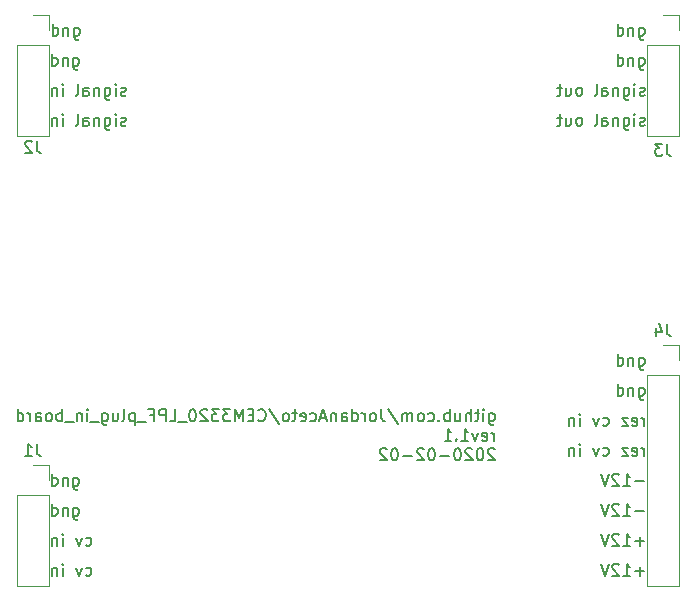
<source format=gbo>
G04 #@! TF.GenerationSoftware,KiCad,Pcbnew,5.1.6-c6e7f7d~87~ubuntu18.04.1*
G04 #@! TF.CreationDate,2020-07-17T09:21:27-04:00*
G04 #@! TF.ProjectId,CEM3320_LPF_plug_in_board,43454d33-3332-4305-9f4c-50465f706c75,1.1*
G04 #@! TF.SameCoordinates,Original*
G04 #@! TF.FileFunction,Legend,Bot*
G04 #@! TF.FilePolarity,Positive*
%FSLAX46Y46*%
G04 Gerber Fmt 4.6, Leading zero omitted, Abs format (unit mm)*
G04 Created by KiCad (PCBNEW 5.1.6-c6e7f7d~87~ubuntu18.04.1) date 2020-07-17 09:21:27*
%MOMM*%
%LPD*%
G01*
G04 APERTURE LIST*
%ADD10C,0.150000*%
%ADD11C,0.120000*%
G04 APERTURE END LIST*
D10*
X181274404Y-124531428D02*
X180512500Y-124531428D01*
X180893452Y-124912380D02*
X180893452Y-124150476D01*
X179512500Y-124912380D02*
X180083928Y-124912380D01*
X179798214Y-124912380D02*
X179798214Y-123912380D01*
X179893452Y-124055238D01*
X179988690Y-124150476D01*
X180083928Y-124198095D01*
X179131547Y-124007619D02*
X179083928Y-123960000D01*
X178988690Y-123912380D01*
X178750595Y-123912380D01*
X178655357Y-123960000D01*
X178607738Y-124007619D01*
X178560119Y-124102857D01*
X178560119Y-124198095D01*
X178607738Y-124340952D01*
X179179166Y-124912380D01*
X178560119Y-124912380D01*
X178274404Y-123912380D02*
X177941071Y-124912380D01*
X177607738Y-123912380D01*
X181274404Y-121991428D02*
X180512500Y-121991428D01*
X180893452Y-122372380D02*
X180893452Y-121610476D01*
X179512500Y-122372380D02*
X180083928Y-122372380D01*
X179798214Y-122372380D02*
X179798214Y-121372380D01*
X179893452Y-121515238D01*
X179988690Y-121610476D01*
X180083928Y-121658095D01*
X179131547Y-121467619D02*
X179083928Y-121420000D01*
X178988690Y-121372380D01*
X178750595Y-121372380D01*
X178655357Y-121420000D01*
X178607738Y-121467619D01*
X178560119Y-121562857D01*
X178560119Y-121658095D01*
X178607738Y-121800952D01*
X179179166Y-122372380D01*
X178560119Y-122372380D01*
X178274404Y-121372380D02*
X177941071Y-122372380D01*
X177607738Y-121372380D01*
X181274404Y-119451428D02*
X180512500Y-119451428D01*
X179512500Y-119832380D02*
X180083928Y-119832380D01*
X179798214Y-119832380D02*
X179798214Y-118832380D01*
X179893452Y-118975238D01*
X179988690Y-119070476D01*
X180083928Y-119118095D01*
X179131547Y-118927619D02*
X179083928Y-118880000D01*
X178988690Y-118832380D01*
X178750595Y-118832380D01*
X178655357Y-118880000D01*
X178607738Y-118927619D01*
X178560119Y-119022857D01*
X178560119Y-119118095D01*
X178607738Y-119260952D01*
X179179166Y-119832380D01*
X178560119Y-119832380D01*
X178274404Y-118832380D02*
X177941071Y-119832380D01*
X177607738Y-118832380D01*
X181274404Y-116911428D02*
X180512500Y-116911428D01*
X179512500Y-117292380D02*
X180083928Y-117292380D01*
X179798214Y-117292380D02*
X179798214Y-116292380D01*
X179893452Y-116435238D01*
X179988690Y-116530476D01*
X180083928Y-116578095D01*
X179131547Y-116387619D02*
X179083928Y-116340000D01*
X178988690Y-116292380D01*
X178750595Y-116292380D01*
X178655357Y-116340000D01*
X178607738Y-116387619D01*
X178560119Y-116482857D01*
X178560119Y-116578095D01*
X178607738Y-116720952D01*
X179179166Y-117292380D01*
X178560119Y-117292380D01*
X178274404Y-116292380D02*
X177941071Y-117292380D01*
X177607738Y-116292380D01*
X181274404Y-114752380D02*
X181274404Y-114085714D01*
X181274404Y-114276190D02*
X181226785Y-114180952D01*
X181179166Y-114133333D01*
X181083928Y-114085714D01*
X180988690Y-114085714D01*
X180274404Y-114704761D02*
X180369642Y-114752380D01*
X180560119Y-114752380D01*
X180655357Y-114704761D01*
X180702976Y-114609523D01*
X180702976Y-114228571D01*
X180655357Y-114133333D01*
X180560119Y-114085714D01*
X180369642Y-114085714D01*
X180274404Y-114133333D01*
X180226785Y-114228571D01*
X180226785Y-114323809D01*
X180702976Y-114419047D01*
X179893452Y-114085714D02*
X179369642Y-114085714D01*
X179893452Y-114752380D01*
X179369642Y-114752380D01*
X177798214Y-114704761D02*
X177893452Y-114752380D01*
X178083928Y-114752380D01*
X178179166Y-114704761D01*
X178226785Y-114657142D01*
X178274404Y-114561904D01*
X178274404Y-114276190D01*
X178226785Y-114180952D01*
X178179166Y-114133333D01*
X178083928Y-114085714D01*
X177893452Y-114085714D01*
X177798214Y-114133333D01*
X177464880Y-114085714D02*
X177226785Y-114752380D01*
X176988690Y-114085714D01*
X175845833Y-114752380D02*
X175845833Y-114085714D01*
X175845833Y-113752380D02*
X175893452Y-113800000D01*
X175845833Y-113847619D01*
X175798214Y-113800000D01*
X175845833Y-113752380D01*
X175845833Y-113847619D01*
X175369642Y-114085714D02*
X175369642Y-114752380D01*
X175369642Y-114180952D02*
X175322023Y-114133333D01*
X175226785Y-114085714D01*
X175083928Y-114085714D01*
X174988690Y-114133333D01*
X174941071Y-114228571D01*
X174941071Y-114752380D01*
X181274404Y-112212380D02*
X181274404Y-111545714D01*
X181274404Y-111736190D02*
X181226785Y-111640952D01*
X181179166Y-111593333D01*
X181083928Y-111545714D01*
X180988690Y-111545714D01*
X180274404Y-112164761D02*
X180369642Y-112212380D01*
X180560119Y-112212380D01*
X180655357Y-112164761D01*
X180702976Y-112069523D01*
X180702976Y-111688571D01*
X180655357Y-111593333D01*
X180560119Y-111545714D01*
X180369642Y-111545714D01*
X180274404Y-111593333D01*
X180226785Y-111688571D01*
X180226785Y-111783809D01*
X180702976Y-111879047D01*
X179893452Y-111545714D02*
X179369642Y-111545714D01*
X179893452Y-112212380D01*
X179369642Y-112212380D01*
X177798214Y-112164761D02*
X177893452Y-112212380D01*
X178083928Y-112212380D01*
X178179166Y-112164761D01*
X178226785Y-112117142D01*
X178274404Y-112021904D01*
X178274404Y-111736190D01*
X178226785Y-111640952D01*
X178179166Y-111593333D01*
X178083928Y-111545714D01*
X177893452Y-111545714D01*
X177798214Y-111593333D01*
X177464880Y-111545714D02*
X177226785Y-112212380D01*
X176988690Y-111545714D01*
X175845833Y-112212380D02*
X175845833Y-111545714D01*
X175845833Y-111212380D02*
X175893452Y-111260000D01*
X175845833Y-111307619D01*
X175798214Y-111260000D01*
X175845833Y-111212380D01*
X175845833Y-111307619D01*
X175369642Y-111545714D02*
X175369642Y-112212380D01*
X175369642Y-111640952D02*
X175322023Y-111593333D01*
X175226785Y-111545714D01*
X175083928Y-111545714D01*
X174988690Y-111593333D01*
X174941071Y-111688571D01*
X174941071Y-112212380D01*
X180845833Y-109005714D02*
X180845833Y-109815238D01*
X180893452Y-109910476D01*
X180941071Y-109958095D01*
X181036309Y-110005714D01*
X181179166Y-110005714D01*
X181274404Y-109958095D01*
X180845833Y-109624761D02*
X180941071Y-109672380D01*
X181131547Y-109672380D01*
X181226785Y-109624761D01*
X181274404Y-109577142D01*
X181322023Y-109481904D01*
X181322023Y-109196190D01*
X181274404Y-109100952D01*
X181226785Y-109053333D01*
X181131547Y-109005714D01*
X180941071Y-109005714D01*
X180845833Y-109053333D01*
X180369642Y-109005714D02*
X180369642Y-109672380D01*
X180369642Y-109100952D02*
X180322023Y-109053333D01*
X180226785Y-109005714D01*
X180083928Y-109005714D01*
X179988690Y-109053333D01*
X179941071Y-109148571D01*
X179941071Y-109672380D01*
X179036309Y-109672380D02*
X179036309Y-108672380D01*
X179036309Y-109624761D02*
X179131547Y-109672380D01*
X179322023Y-109672380D01*
X179417261Y-109624761D01*
X179464880Y-109577142D01*
X179512500Y-109481904D01*
X179512500Y-109196190D01*
X179464880Y-109100952D01*
X179417261Y-109053333D01*
X179322023Y-109005714D01*
X179131547Y-109005714D01*
X179036309Y-109053333D01*
X180845833Y-106465714D02*
X180845833Y-107275238D01*
X180893452Y-107370476D01*
X180941071Y-107418095D01*
X181036309Y-107465714D01*
X181179166Y-107465714D01*
X181274404Y-107418095D01*
X180845833Y-107084761D02*
X180941071Y-107132380D01*
X181131547Y-107132380D01*
X181226785Y-107084761D01*
X181274404Y-107037142D01*
X181322023Y-106941904D01*
X181322023Y-106656190D01*
X181274404Y-106560952D01*
X181226785Y-106513333D01*
X181131547Y-106465714D01*
X180941071Y-106465714D01*
X180845833Y-106513333D01*
X180369642Y-106465714D02*
X180369642Y-107132380D01*
X180369642Y-106560952D02*
X180322023Y-106513333D01*
X180226785Y-106465714D01*
X180083928Y-106465714D01*
X179988690Y-106513333D01*
X179941071Y-106608571D01*
X179941071Y-107132380D01*
X179036309Y-107132380D02*
X179036309Y-106132380D01*
X179036309Y-107084761D02*
X179131547Y-107132380D01*
X179322023Y-107132380D01*
X179417261Y-107084761D01*
X179464880Y-107037142D01*
X179512500Y-106941904D01*
X179512500Y-106656190D01*
X179464880Y-106560952D01*
X179417261Y-106513333D01*
X179322023Y-106465714D01*
X179131547Y-106465714D01*
X179036309Y-106513333D01*
X180845833Y-81065714D02*
X180845833Y-81875238D01*
X180893452Y-81970476D01*
X180941071Y-82018095D01*
X181036309Y-82065714D01*
X181179166Y-82065714D01*
X181274404Y-82018095D01*
X180845833Y-81684761D02*
X180941071Y-81732380D01*
X181131547Y-81732380D01*
X181226785Y-81684761D01*
X181274404Y-81637142D01*
X181322023Y-81541904D01*
X181322023Y-81256190D01*
X181274404Y-81160952D01*
X181226785Y-81113333D01*
X181131547Y-81065714D01*
X180941071Y-81065714D01*
X180845833Y-81113333D01*
X180369642Y-81065714D02*
X180369642Y-81732380D01*
X180369642Y-81160952D02*
X180322023Y-81113333D01*
X180226785Y-81065714D01*
X180083928Y-81065714D01*
X179988690Y-81113333D01*
X179941071Y-81208571D01*
X179941071Y-81732380D01*
X179036309Y-81732380D02*
X179036309Y-80732380D01*
X179036309Y-81684761D02*
X179131547Y-81732380D01*
X179322023Y-81732380D01*
X179417261Y-81684761D01*
X179464880Y-81637142D01*
X179512500Y-81541904D01*
X179512500Y-81256190D01*
X179464880Y-81160952D01*
X179417261Y-81113333D01*
X179322023Y-81065714D01*
X179131547Y-81065714D01*
X179036309Y-81113333D01*
X180845833Y-78525714D02*
X180845833Y-79335238D01*
X180893452Y-79430476D01*
X180941071Y-79478095D01*
X181036309Y-79525714D01*
X181179166Y-79525714D01*
X181274404Y-79478095D01*
X180845833Y-79144761D02*
X180941071Y-79192380D01*
X181131547Y-79192380D01*
X181226785Y-79144761D01*
X181274404Y-79097142D01*
X181322023Y-79001904D01*
X181322023Y-78716190D01*
X181274404Y-78620952D01*
X181226785Y-78573333D01*
X181131547Y-78525714D01*
X180941071Y-78525714D01*
X180845833Y-78573333D01*
X180369642Y-78525714D02*
X180369642Y-79192380D01*
X180369642Y-78620952D02*
X180322023Y-78573333D01*
X180226785Y-78525714D01*
X180083928Y-78525714D01*
X179988690Y-78573333D01*
X179941071Y-78668571D01*
X179941071Y-79192380D01*
X179036309Y-79192380D02*
X179036309Y-78192380D01*
X179036309Y-79144761D02*
X179131547Y-79192380D01*
X179322023Y-79192380D01*
X179417261Y-79144761D01*
X179464880Y-79097142D01*
X179512500Y-79001904D01*
X179512500Y-78716190D01*
X179464880Y-78620952D01*
X179417261Y-78573333D01*
X179322023Y-78525714D01*
X179131547Y-78525714D01*
X179036309Y-78573333D01*
X181322023Y-84224761D02*
X181226785Y-84272380D01*
X181036309Y-84272380D01*
X180941071Y-84224761D01*
X180893452Y-84129523D01*
X180893452Y-84081904D01*
X180941071Y-83986666D01*
X181036309Y-83939047D01*
X181179166Y-83939047D01*
X181274404Y-83891428D01*
X181322023Y-83796190D01*
X181322023Y-83748571D01*
X181274404Y-83653333D01*
X181179166Y-83605714D01*
X181036309Y-83605714D01*
X180941071Y-83653333D01*
X180464880Y-84272380D02*
X180464880Y-83605714D01*
X180464880Y-83272380D02*
X180512500Y-83320000D01*
X180464880Y-83367619D01*
X180417261Y-83320000D01*
X180464880Y-83272380D01*
X180464880Y-83367619D01*
X179560119Y-83605714D02*
X179560119Y-84415238D01*
X179607738Y-84510476D01*
X179655357Y-84558095D01*
X179750595Y-84605714D01*
X179893452Y-84605714D01*
X179988690Y-84558095D01*
X179560119Y-84224761D02*
X179655357Y-84272380D01*
X179845833Y-84272380D01*
X179941071Y-84224761D01*
X179988690Y-84177142D01*
X180036309Y-84081904D01*
X180036309Y-83796190D01*
X179988690Y-83700952D01*
X179941071Y-83653333D01*
X179845833Y-83605714D01*
X179655357Y-83605714D01*
X179560119Y-83653333D01*
X179083928Y-83605714D02*
X179083928Y-84272380D01*
X179083928Y-83700952D02*
X179036309Y-83653333D01*
X178941071Y-83605714D01*
X178798214Y-83605714D01*
X178702976Y-83653333D01*
X178655357Y-83748571D01*
X178655357Y-84272380D01*
X177750595Y-84272380D02*
X177750595Y-83748571D01*
X177798214Y-83653333D01*
X177893452Y-83605714D01*
X178083928Y-83605714D01*
X178179166Y-83653333D01*
X177750595Y-84224761D02*
X177845833Y-84272380D01*
X178083928Y-84272380D01*
X178179166Y-84224761D01*
X178226785Y-84129523D01*
X178226785Y-84034285D01*
X178179166Y-83939047D01*
X178083928Y-83891428D01*
X177845833Y-83891428D01*
X177750595Y-83843809D01*
X177131547Y-84272380D02*
X177226785Y-84224761D01*
X177274404Y-84129523D01*
X177274404Y-83272380D01*
X175845833Y-84272380D02*
X175941071Y-84224761D01*
X175988690Y-84177142D01*
X176036309Y-84081904D01*
X176036309Y-83796190D01*
X175988690Y-83700952D01*
X175941071Y-83653333D01*
X175845833Y-83605714D01*
X175702976Y-83605714D01*
X175607738Y-83653333D01*
X175560119Y-83700952D01*
X175512500Y-83796190D01*
X175512500Y-84081904D01*
X175560119Y-84177142D01*
X175607738Y-84224761D01*
X175702976Y-84272380D01*
X175845833Y-84272380D01*
X174655357Y-83605714D02*
X174655357Y-84272380D01*
X175083928Y-83605714D02*
X175083928Y-84129523D01*
X175036309Y-84224761D01*
X174941071Y-84272380D01*
X174798214Y-84272380D01*
X174702976Y-84224761D01*
X174655357Y-84177142D01*
X174322023Y-83605714D02*
X173941071Y-83605714D01*
X174179166Y-83272380D02*
X174179166Y-84129523D01*
X174131547Y-84224761D01*
X174036309Y-84272380D01*
X173941071Y-84272380D01*
X181322023Y-86764761D02*
X181226785Y-86812380D01*
X181036309Y-86812380D01*
X180941071Y-86764761D01*
X180893452Y-86669523D01*
X180893452Y-86621904D01*
X180941071Y-86526666D01*
X181036309Y-86479047D01*
X181179166Y-86479047D01*
X181274404Y-86431428D01*
X181322023Y-86336190D01*
X181322023Y-86288571D01*
X181274404Y-86193333D01*
X181179166Y-86145714D01*
X181036309Y-86145714D01*
X180941071Y-86193333D01*
X180464880Y-86812380D02*
X180464880Y-86145714D01*
X180464880Y-85812380D02*
X180512500Y-85860000D01*
X180464880Y-85907619D01*
X180417261Y-85860000D01*
X180464880Y-85812380D01*
X180464880Y-85907619D01*
X179560119Y-86145714D02*
X179560119Y-86955238D01*
X179607738Y-87050476D01*
X179655357Y-87098095D01*
X179750595Y-87145714D01*
X179893452Y-87145714D01*
X179988690Y-87098095D01*
X179560119Y-86764761D02*
X179655357Y-86812380D01*
X179845833Y-86812380D01*
X179941071Y-86764761D01*
X179988690Y-86717142D01*
X180036309Y-86621904D01*
X180036309Y-86336190D01*
X179988690Y-86240952D01*
X179941071Y-86193333D01*
X179845833Y-86145714D01*
X179655357Y-86145714D01*
X179560119Y-86193333D01*
X179083928Y-86145714D02*
X179083928Y-86812380D01*
X179083928Y-86240952D02*
X179036309Y-86193333D01*
X178941071Y-86145714D01*
X178798214Y-86145714D01*
X178702976Y-86193333D01*
X178655357Y-86288571D01*
X178655357Y-86812380D01*
X177750595Y-86812380D02*
X177750595Y-86288571D01*
X177798214Y-86193333D01*
X177893452Y-86145714D01*
X178083928Y-86145714D01*
X178179166Y-86193333D01*
X177750595Y-86764761D02*
X177845833Y-86812380D01*
X178083928Y-86812380D01*
X178179166Y-86764761D01*
X178226785Y-86669523D01*
X178226785Y-86574285D01*
X178179166Y-86479047D01*
X178083928Y-86431428D01*
X177845833Y-86431428D01*
X177750595Y-86383809D01*
X177131547Y-86812380D02*
X177226785Y-86764761D01*
X177274404Y-86669523D01*
X177274404Y-85812380D01*
X175845833Y-86812380D02*
X175941071Y-86764761D01*
X175988690Y-86717142D01*
X176036309Y-86621904D01*
X176036309Y-86336190D01*
X175988690Y-86240952D01*
X175941071Y-86193333D01*
X175845833Y-86145714D01*
X175702976Y-86145714D01*
X175607738Y-86193333D01*
X175560119Y-86240952D01*
X175512500Y-86336190D01*
X175512500Y-86621904D01*
X175560119Y-86717142D01*
X175607738Y-86764761D01*
X175702976Y-86812380D01*
X175845833Y-86812380D01*
X174655357Y-86145714D02*
X174655357Y-86812380D01*
X175083928Y-86145714D02*
X175083928Y-86669523D01*
X175036309Y-86764761D01*
X174941071Y-86812380D01*
X174798214Y-86812380D01*
X174702976Y-86764761D01*
X174655357Y-86717142D01*
X174322023Y-86145714D02*
X173941071Y-86145714D01*
X174179166Y-85812380D02*
X174179166Y-86669523D01*
X174131547Y-86764761D01*
X174036309Y-86812380D01*
X173941071Y-86812380D01*
X134002738Y-124864761D02*
X134097976Y-124912380D01*
X134288452Y-124912380D01*
X134383690Y-124864761D01*
X134431309Y-124817142D01*
X134478928Y-124721904D01*
X134478928Y-124436190D01*
X134431309Y-124340952D01*
X134383690Y-124293333D01*
X134288452Y-124245714D01*
X134097976Y-124245714D01*
X134002738Y-124293333D01*
X133669404Y-124245714D02*
X133431309Y-124912380D01*
X133193214Y-124245714D01*
X132050357Y-124912380D02*
X132050357Y-124245714D01*
X132050357Y-123912380D02*
X132097976Y-123960000D01*
X132050357Y-124007619D01*
X132002738Y-123960000D01*
X132050357Y-123912380D01*
X132050357Y-124007619D01*
X131574166Y-124245714D02*
X131574166Y-124912380D01*
X131574166Y-124340952D02*
X131526547Y-124293333D01*
X131431309Y-124245714D01*
X131288452Y-124245714D01*
X131193214Y-124293333D01*
X131145595Y-124388571D01*
X131145595Y-124912380D01*
X134002738Y-122324761D02*
X134097976Y-122372380D01*
X134288452Y-122372380D01*
X134383690Y-122324761D01*
X134431309Y-122277142D01*
X134478928Y-122181904D01*
X134478928Y-121896190D01*
X134431309Y-121800952D01*
X134383690Y-121753333D01*
X134288452Y-121705714D01*
X134097976Y-121705714D01*
X134002738Y-121753333D01*
X133669404Y-121705714D02*
X133431309Y-122372380D01*
X133193214Y-121705714D01*
X132050357Y-122372380D02*
X132050357Y-121705714D01*
X132050357Y-121372380D02*
X132097976Y-121420000D01*
X132050357Y-121467619D01*
X132002738Y-121420000D01*
X132050357Y-121372380D01*
X132050357Y-121467619D01*
X131574166Y-121705714D02*
X131574166Y-122372380D01*
X131574166Y-121800952D02*
X131526547Y-121753333D01*
X131431309Y-121705714D01*
X131288452Y-121705714D01*
X131193214Y-121753333D01*
X131145595Y-121848571D01*
X131145595Y-122372380D01*
X132955119Y-119165714D02*
X132955119Y-119975238D01*
X133002738Y-120070476D01*
X133050357Y-120118095D01*
X133145595Y-120165714D01*
X133288452Y-120165714D01*
X133383690Y-120118095D01*
X132955119Y-119784761D02*
X133050357Y-119832380D01*
X133240833Y-119832380D01*
X133336071Y-119784761D01*
X133383690Y-119737142D01*
X133431309Y-119641904D01*
X133431309Y-119356190D01*
X133383690Y-119260952D01*
X133336071Y-119213333D01*
X133240833Y-119165714D01*
X133050357Y-119165714D01*
X132955119Y-119213333D01*
X132478928Y-119165714D02*
X132478928Y-119832380D01*
X132478928Y-119260952D02*
X132431309Y-119213333D01*
X132336071Y-119165714D01*
X132193214Y-119165714D01*
X132097976Y-119213333D01*
X132050357Y-119308571D01*
X132050357Y-119832380D01*
X131145595Y-119832380D02*
X131145595Y-118832380D01*
X131145595Y-119784761D02*
X131240833Y-119832380D01*
X131431309Y-119832380D01*
X131526547Y-119784761D01*
X131574166Y-119737142D01*
X131621785Y-119641904D01*
X131621785Y-119356190D01*
X131574166Y-119260952D01*
X131526547Y-119213333D01*
X131431309Y-119165714D01*
X131240833Y-119165714D01*
X131145595Y-119213333D01*
X132955119Y-116625714D02*
X132955119Y-117435238D01*
X133002738Y-117530476D01*
X133050357Y-117578095D01*
X133145595Y-117625714D01*
X133288452Y-117625714D01*
X133383690Y-117578095D01*
X132955119Y-117244761D02*
X133050357Y-117292380D01*
X133240833Y-117292380D01*
X133336071Y-117244761D01*
X133383690Y-117197142D01*
X133431309Y-117101904D01*
X133431309Y-116816190D01*
X133383690Y-116720952D01*
X133336071Y-116673333D01*
X133240833Y-116625714D01*
X133050357Y-116625714D01*
X132955119Y-116673333D01*
X132478928Y-116625714D02*
X132478928Y-117292380D01*
X132478928Y-116720952D02*
X132431309Y-116673333D01*
X132336071Y-116625714D01*
X132193214Y-116625714D01*
X132097976Y-116673333D01*
X132050357Y-116768571D01*
X132050357Y-117292380D01*
X131145595Y-117292380D02*
X131145595Y-116292380D01*
X131145595Y-117244761D02*
X131240833Y-117292380D01*
X131431309Y-117292380D01*
X131526547Y-117244761D01*
X131574166Y-117197142D01*
X131621785Y-117101904D01*
X131621785Y-116816190D01*
X131574166Y-116720952D01*
X131526547Y-116673333D01*
X131431309Y-116625714D01*
X131240833Y-116625714D01*
X131145595Y-116673333D01*
X137383690Y-86764761D02*
X137288452Y-86812380D01*
X137097976Y-86812380D01*
X137002738Y-86764761D01*
X136955119Y-86669523D01*
X136955119Y-86621904D01*
X137002738Y-86526666D01*
X137097976Y-86479047D01*
X137240833Y-86479047D01*
X137336071Y-86431428D01*
X137383690Y-86336190D01*
X137383690Y-86288571D01*
X137336071Y-86193333D01*
X137240833Y-86145714D01*
X137097976Y-86145714D01*
X137002738Y-86193333D01*
X136526547Y-86812380D02*
X136526547Y-86145714D01*
X136526547Y-85812380D02*
X136574166Y-85860000D01*
X136526547Y-85907619D01*
X136478928Y-85860000D01*
X136526547Y-85812380D01*
X136526547Y-85907619D01*
X135621785Y-86145714D02*
X135621785Y-86955238D01*
X135669404Y-87050476D01*
X135717023Y-87098095D01*
X135812261Y-87145714D01*
X135955119Y-87145714D01*
X136050357Y-87098095D01*
X135621785Y-86764761D02*
X135717023Y-86812380D01*
X135907500Y-86812380D01*
X136002738Y-86764761D01*
X136050357Y-86717142D01*
X136097976Y-86621904D01*
X136097976Y-86336190D01*
X136050357Y-86240952D01*
X136002738Y-86193333D01*
X135907500Y-86145714D01*
X135717023Y-86145714D01*
X135621785Y-86193333D01*
X135145595Y-86145714D02*
X135145595Y-86812380D01*
X135145595Y-86240952D02*
X135097976Y-86193333D01*
X135002738Y-86145714D01*
X134859880Y-86145714D01*
X134764642Y-86193333D01*
X134717023Y-86288571D01*
X134717023Y-86812380D01*
X133812261Y-86812380D02*
X133812261Y-86288571D01*
X133859880Y-86193333D01*
X133955119Y-86145714D01*
X134145595Y-86145714D01*
X134240833Y-86193333D01*
X133812261Y-86764761D02*
X133907500Y-86812380D01*
X134145595Y-86812380D01*
X134240833Y-86764761D01*
X134288452Y-86669523D01*
X134288452Y-86574285D01*
X134240833Y-86479047D01*
X134145595Y-86431428D01*
X133907500Y-86431428D01*
X133812261Y-86383809D01*
X133193214Y-86812380D02*
X133288452Y-86764761D01*
X133336071Y-86669523D01*
X133336071Y-85812380D01*
X132050357Y-86812380D02*
X132050357Y-86145714D01*
X132050357Y-85812380D02*
X132097976Y-85860000D01*
X132050357Y-85907619D01*
X132002738Y-85860000D01*
X132050357Y-85812380D01*
X132050357Y-85907619D01*
X131574166Y-86145714D02*
X131574166Y-86812380D01*
X131574166Y-86240952D02*
X131526547Y-86193333D01*
X131431309Y-86145714D01*
X131288452Y-86145714D01*
X131193214Y-86193333D01*
X131145595Y-86288571D01*
X131145595Y-86812380D01*
X137383690Y-84224761D02*
X137288452Y-84272380D01*
X137097976Y-84272380D01*
X137002738Y-84224761D01*
X136955119Y-84129523D01*
X136955119Y-84081904D01*
X137002738Y-83986666D01*
X137097976Y-83939047D01*
X137240833Y-83939047D01*
X137336071Y-83891428D01*
X137383690Y-83796190D01*
X137383690Y-83748571D01*
X137336071Y-83653333D01*
X137240833Y-83605714D01*
X137097976Y-83605714D01*
X137002738Y-83653333D01*
X136526547Y-84272380D02*
X136526547Y-83605714D01*
X136526547Y-83272380D02*
X136574166Y-83320000D01*
X136526547Y-83367619D01*
X136478928Y-83320000D01*
X136526547Y-83272380D01*
X136526547Y-83367619D01*
X135621785Y-83605714D02*
X135621785Y-84415238D01*
X135669404Y-84510476D01*
X135717023Y-84558095D01*
X135812261Y-84605714D01*
X135955119Y-84605714D01*
X136050357Y-84558095D01*
X135621785Y-84224761D02*
X135717023Y-84272380D01*
X135907500Y-84272380D01*
X136002738Y-84224761D01*
X136050357Y-84177142D01*
X136097976Y-84081904D01*
X136097976Y-83796190D01*
X136050357Y-83700952D01*
X136002738Y-83653333D01*
X135907500Y-83605714D01*
X135717023Y-83605714D01*
X135621785Y-83653333D01*
X135145595Y-83605714D02*
X135145595Y-84272380D01*
X135145595Y-83700952D02*
X135097976Y-83653333D01*
X135002738Y-83605714D01*
X134859880Y-83605714D01*
X134764642Y-83653333D01*
X134717023Y-83748571D01*
X134717023Y-84272380D01*
X133812261Y-84272380D02*
X133812261Y-83748571D01*
X133859880Y-83653333D01*
X133955119Y-83605714D01*
X134145595Y-83605714D01*
X134240833Y-83653333D01*
X133812261Y-84224761D02*
X133907500Y-84272380D01*
X134145595Y-84272380D01*
X134240833Y-84224761D01*
X134288452Y-84129523D01*
X134288452Y-84034285D01*
X134240833Y-83939047D01*
X134145595Y-83891428D01*
X133907500Y-83891428D01*
X133812261Y-83843809D01*
X133193214Y-84272380D02*
X133288452Y-84224761D01*
X133336071Y-84129523D01*
X133336071Y-83272380D01*
X132050357Y-84272380D02*
X132050357Y-83605714D01*
X132050357Y-83272380D02*
X132097976Y-83320000D01*
X132050357Y-83367619D01*
X132002738Y-83320000D01*
X132050357Y-83272380D01*
X132050357Y-83367619D01*
X131574166Y-83605714D02*
X131574166Y-84272380D01*
X131574166Y-83700952D02*
X131526547Y-83653333D01*
X131431309Y-83605714D01*
X131288452Y-83605714D01*
X131193214Y-83653333D01*
X131145595Y-83748571D01*
X131145595Y-84272380D01*
X132955119Y-81065714D02*
X132955119Y-81875238D01*
X133002738Y-81970476D01*
X133050357Y-82018095D01*
X133145595Y-82065714D01*
X133288452Y-82065714D01*
X133383690Y-82018095D01*
X132955119Y-81684761D02*
X133050357Y-81732380D01*
X133240833Y-81732380D01*
X133336071Y-81684761D01*
X133383690Y-81637142D01*
X133431309Y-81541904D01*
X133431309Y-81256190D01*
X133383690Y-81160952D01*
X133336071Y-81113333D01*
X133240833Y-81065714D01*
X133050357Y-81065714D01*
X132955119Y-81113333D01*
X132478928Y-81065714D02*
X132478928Y-81732380D01*
X132478928Y-81160952D02*
X132431309Y-81113333D01*
X132336071Y-81065714D01*
X132193214Y-81065714D01*
X132097976Y-81113333D01*
X132050357Y-81208571D01*
X132050357Y-81732380D01*
X131145595Y-81732380D02*
X131145595Y-80732380D01*
X131145595Y-81684761D02*
X131240833Y-81732380D01*
X131431309Y-81732380D01*
X131526547Y-81684761D01*
X131574166Y-81637142D01*
X131621785Y-81541904D01*
X131621785Y-81256190D01*
X131574166Y-81160952D01*
X131526547Y-81113333D01*
X131431309Y-81065714D01*
X131240833Y-81065714D01*
X131145595Y-81113333D01*
X133015119Y-78525714D02*
X133015119Y-79335238D01*
X133062738Y-79430476D01*
X133110357Y-79478095D01*
X133205595Y-79525714D01*
X133348452Y-79525714D01*
X133443690Y-79478095D01*
X133015119Y-79144761D02*
X133110357Y-79192380D01*
X133300833Y-79192380D01*
X133396071Y-79144761D01*
X133443690Y-79097142D01*
X133491309Y-79001904D01*
X133491309Y-78716190D01*
X133443690Y-78620952D01*
X133396071Y-78573333D01*
X133300833Y-78525714D01*
X133110357Y-78525714D01*
X133015119Y-78573333D01*
X132538928Y-78525714D02*
X132538928Y-79192380D01*
X132538928Y-78620952D02*
X132491309Y-78573333D01*
X132396071Y-78525714D01*
X132253214Y-78525714D01*
X132157976Y-78573333D01*
X132110357Y-78668571D01*
X132110357Y-79192380D01*
X131205595Y-79192380D02*
X131205595Y-78192380D01*
X131205595Y-79144761D02*
X131300833Y-79192380D01*
X131491309Y-79192380D01*
X131586547Y-79144761D01*
X131634166Y-79097142D01*
X131681785Y-79001904D01*
X131681785Y-78716190D01*
X131634166Y-78620952D01*
X131586547Y-78573333D01*
X131491309Y-78525714D01*
X131300833Y-78525714D01*
X131205595Y-78573333D01*
X168145833Y-111165714D02*
X168145833Y-111975238D01*
X168193452Y-112070476D01*
X168241071Y-112118095D01*
X168336309Y-112165714D01*
X168479166Y-112165714D01*
X168574404Y-112118095D01*
X168145833Y-111784761D02*
X168241071Y-111832380D01*
X168431547Y-111832380D01*
X168526785Y-111784761D01*
X168574404Y-111737142D01*
X168622023Y-111641904D01*
X168622023Y-111356190D01*
X168574404Y-111260952D01*
X168526785Y-111213333D01*
X168431547Y-111165714D01*
X168241071Y-111165714D01*
X168145833Y-111213333D01*
X167669642Y-111832380D02*
X167669642Y-111165714D01*
X167669642Y-110832380D02*
X167717261Y-110880000D01*
X167669642Y-110927619D01*
X167622023Y-110880000D01*
X167669642Y-110832380D01*
X167669642Y-110927619D01*
X167336309Y-111165714D02*
X166955357Y-111165714D01*
X167193452Y-110832380D02*
X167193452Y-111689523D01*
X167145833Y-111784761D01*
X167050595Y-111832380D01*
X166955357Y-111832380D01*
X166622023Y-111832380D02*
X166622023Y-110832380D01*
X166193452Y-111832380D02*
X166193452Y-111308571D01*
X166241071Y-111213333D01*
X166336309Y-111165714D01*
X166479166Y-111165714D01*
X166574404Y-111213333D01*
X166622023Y-111260952D01*
X165288690Y-111165714D02*
X165288690Y-111832380D01*
X165717261Y-111165714D02*
X165717261Y-111689523D01*
X165669642Y-111784761D01*
X165574404Y-111832380D01*
X165431547Y-111832380D01*
X165336309Y-111784761D01*
X165288690Y-111737142D01*
X164812500Y-111832380D02*
X164812500Y-110832380D01*
X164812500Y-111213333D02*
X164717261Y-111165714D01*
X164526785Y-111165714D01*
X164431547Y-111213333D01*
X164383928Y-111260952D01*
X164336309Y-111356190D01*
X164336309Y-111641904D01*
X164383928Y-111737142D01*
X164431547Y-111784761D01*
X164526785Y-111832380D01*
X164717261Y-111832380D01*
X164812500Y-111784761D01*
X163907738Y-111737142D02*
X163860119Y-111784761D01*
X163907738Y-111832380D01*
X163955357Y-111784761D01*
X163907738Y-111737142D01*
X163907738Y-111832380D01*
X163002976Y-111784761D02*
X163098214Y-111832380D01*
X163288690Y-111832380D01*
X163383928Y-111784761D01*
X163431547Y-111737142D01*
X163479166Y-111641904D01*
X163479166Y-111356190D01*
X163431547Y-111260952D01*
X163383928Y-111213333D01*
X163288690Y-111165714D01*
X163098214Y-111165714D01*
X163002976Y-111213333D01*
X162431547Y-111832380D02*
X162526785Y-111784761D01*
X162574404Y-111737142D01*
X162622023Y-111641904D01*
X162622023Y-111356190D01*
X162574404Y-111260952D01*
X162526785Y-111213333D01*
X162431547Y-111165714D01*
X162288690Y-111165714D01*
X162193452Y-111213333D01*
X162145833Y-111260952D01*
X162098214Y-111356190D01*
X162098214Y-111641904D01*
X162145833Y-111737142D01*
X162193452Y-111784761D01*
X162288690Y-111832380D01*
X162431547Y-111832380D01*
X161669642Y-111832380D02*
X161669642Y-111165714D01*
X161669642Y-111260952D02*
X161622023Y-111213333D01*
X161526785Y-111165714D01*
X161383928Y-111165714D01*
X161288690Y-111213333D01*
X161241071Y-111308571D01*
X161241071Y-111832380D01*
X161241071Y-111308571D02*
X161193452Y-111213333D01*
X161098214Y-111165714D01*
X160955357Y-111165714D01*
X160860119Y-111213333D01*
X160812500Y-111308571D01*
X160812500Y-111832380D01*
X159622023Y-110784761D02*
X160479166Y-112070476D01*
X159002976Y-110832380D02*
X159002976Y-111546666D01*
X159050595Y-111689523D01*
X159145833Y-111784761D01*
X159288690Y-111832380D01*
X159383928Y-111832380D01*
X158383928Y-111832380D02*
X158479166Y-111784761D01*
X158526785Y-111737142D01*
X158574404Y-111641904D01*
X158574404Y-111356190D01*
X158526785Y-111260952D01*
X158479166Y-111213333D01*
X158383928Y-111165714D01*
X158241071Y-111165714D01*
X158145833Y-111213333D01*
X158098214Y-111260952D01*
X158050595Y-111356190D01*
X158050595Y-111641904D01*
X158098214Y-111737142D01*
X158145833Y-111784761D01*
X158241071Y-111832380D01*
X158383928Y-111832380D01*
X157622023Y-111832380D02*
X157622023Y-111165714D01*
X157622023Y-111356190D02*
X157574404Y-111260952D01*
X157526785Y-111213333D01*
X157431547Y-111165714D01*
X157336309Y-111165714D01*
X156574404Y-111832380D02*
X156574404Y-110832380D01*
X156574404Y-111784761D02*
X156669642Y-111832380D01*
X156860119Y-111832380D01*
X156955357Y-111784761D01*
X157002976Y-111737142D01*
X157050595Y-111641904D01*
X157050595Y-111356190D01*
X157002976Y-111260952D01*
X156955357Y-111213333D01*
X156860119Y-111165714D01*
X156669642Y-111165714D01*
X156574404Y-111213333D01*
X155669642Y-111832380D02*
X155669642Y-111308571D01*
X155717261Y-111213333D01*
X155812500Y-111165714D01*
X156002976Y-111165714D01*
X156098214Y-111213333D01*
X155669642Y-111784761D02*
X155764880Y-111832380D01*
X156002976Y-111832380D01*
X156098214Y-111784761D01*
X156145833Y-111689523D01*
X156145833Y-111594285D01*
X156098214Y-111499047D01*
X156002976Y-111451428D01*
X155764880Y-111451428D01*
X155669642Y-111403809D01*
X155193452Y-111165714D02*
X155193452Y-111832380D01*
X155193452Y-111260952D02*
X155145833Y-111213333D01*
X155050595Y-111165714D01*
X154907738Y-111165714D01*
X154812500Y-111213333D01*
X154764880Y-111308571D01*
X154764880Y-111832380D01*
X154336309Y-111546666D02*
X153860119Y-111546666D01*
X154431547Y-111832380D02*
X154098214Y-110832380D01*
X153764880Y-111832380D01*
X153002976Y-111784761D02*
X153098214Y-111832380D01*
X153288690Y-111832380D01*
X153383928Y-111784761D01*
X153431547Y-111737142D01*
X153479166Y-111641904D01*
X153479166Y-111356190D01*
X153431547Y-111260952D01*
X153383928Y-111213333D01*
X153288690Y-111165714D01*
X153098214Y-111165714D01*
X153002976Y-111213333D01*
X152193452Y-111784761D02*
X152288690Y-111832380D01*
X152479166Y-111832380D01*
X152574404Y-111784761D01*
X152622023Y-111689523D01*
X152622023Y-111308571D01*
X152574404Y-111213333D01*
X152479166Y-111165714D01*
X152288690Y-111165714D01*
X152193452Y-111213333D01*
X152145833Y-111308571D01*
X152145833Y-111403809D01*
X152622023Y-111499047D01*
X151860119Y-111165714D02*
X151479166Y-111165714D01*
X151717261Y-110832380D02*
X151717261Y-111689523D01*
X151669642Y-111784761D01*
X151574404Y-111832380D01*
X151479166Y-111832380D01*
X151002976Y-111832380D02*
X151098214Y-111784761D01*
X151145833Y-111737142D01*
X151193452Y-111641904D01*
X151193452Y-111356190D01*
X151145833Y-111260952D01*
X151098214Y-111213333D01*
X151002976Y-111165714D01*
X150860119Y-111165714D01*
X150764880Y-111213333D01*
X150717261Y-111260952D01*
X150669642Y-111356190D01*
X150669642Y-111641904D01*
X150717261Y-111737142D01*
X150764880Y-111784761D01*
X150860119Y-111832380D01*
X151002976Y-111832380D01*
X149526785Y-110784761D02*
X150383928Y-112070476D01*
X148622023Y-111737142D02*
X148669642Y-111784761D01*
X148812500Y-111832380D01*
X148907738Y-111832380D01*
X149050595Y-111784761D01*
X149145833Y-111689523D01*
X149193452Y-111594285D01*
X149241071Y-111403809D01*
X149241071Y-111260952D01*
X149193452Y-111070476D01*
X149145833Y-110975238D01*
X149050595Y-110880000D01*
X148907738Y-110832380D01*
X148812500Y-110832380D01*
X148669642Y-110880000D01*
X148622023Y-110927619D01*
X148193452Y-111308571D02*
X147860119Y-111308571D01*
X147717261Y-111832380D02*
X148193452Y-111832380D01*
X148193452Y-110832380D01*
X147717261Y-110832380D01*
X147288690Y-111832380D02*
X147288690Y-110832380D01*
X146955357Y-111546666D01*
X146622023Y-110832380D01*
X146622023Y-111832380D01*
X146241071Y-110832380D02*
X145622023Y-110832380D01*
X145955357Y-111213333D01*
X145812500Y-111213333D01*
X145717261Y-111260952D01*
X145669642Y-111308571D01*
X145622023Y-111403809D01*
X145622023Y-111641904D01*
X145669642Y-111737142D01*
X145717261Y-111784761D01*
X145812500Y-111832380D01*
X146098214Y-111832380D01*
X146193452Y-111784761D01*
X146241071Y-111737142D01*
X145288690Y-110832380D02*
X144669642Y-110832380D01*
X145002976Y-111213333D01*
X144860119Y-111213333D01*
X144764880Y-111260952D01*
X144717261Y-111308571D01*
X144669642Y-111403809D01*
X144669642Y-111641904D01*
X144717261Y-111737142D01*
X144764880Y-111784761D01*
X144860119Y-111832380D01*
X145145833Y-111832380D01*
X145241071Y-111784761D01*
X145288690Y-111737142D01*
X144288690Y-110927619D02*
X144241071Y-110880000D01*
X144145833Y-110832380D01*
X143907738Y-110832380D01*
X143812500Y-110880000D01*
X143764880Y-110927619D01*
X143717261Y-111022857D01*
X143717261Y-111118095D01*
X143764880Y-111260952D01*
X144336309Y-111832380D01*
X143717261Y-111832380D01*
X143098214Y-110832380D02*
X143002976Y-110832380D01*
X142907738Y-110880000D01*
X142860119Y-110927619D01*
X142812500Y-111022857D01*
X142764880Y-111213333D01*
X142764880Y-111451428D01*
X142812500Y-111641904D01*
X142860119Y-111737142D01*
X142907738Y-111784761D01*
X143002976Y-111832380D01*
X143098214Y-111832380D01*
X143193452Y-111784761D01*
X143241071Y-111737142D01*
X143288690Y-111641904D01*
X143336309Y-111451428D01*
X143336309Y-111213333D01*
X143288690Y-111022857D01*
X143241071Y-110927619D01*
X143193452Y-110880000D01*
X143098214Y-110832380D01*
X142574404Y-111927619D02*
X141812500Y-111927619D01*
X141098214Y-111832380D02*
X141574404Y-111832380D01*
X141574404Y-110832380D01*
X140764880Y-111832380D02*
X140764880Y-110832380D01*
X140383928Y-110832380D01*
X140288690Y-110880000D01*
X140241071Y-110927619D01*
X140193452Y-111022857D01*
X140193452Y-111165714D01*
X140241071Y-111260952D01*
X140288690Y-111308571D01*
X140383928Y-111356190D01*
X140764880Y-111356190D01*
X139431547Y-111308571D02*
X139764880Y-111308571D01*
X139764880Y-111832380D02*
X139764880Y-110832380D01*
X139288690Y-110832380D01*
X139145833Y-111927619D02*
X138383928Y-111927619D01*
X138145833Y-111165714D02*
X138145833Y-112165714D01*
X138145833Y-111213333D02*
X138050595Y-111165714D01*
X137860119Y-111165714D01*
X137764880Y-111213333D01*
X137717261Y-111260952D01*
X137669642Y-111356190D01*
X137669642Y-111641904D01*
X137717261Y-111737142D01*
X137764880Y-111784761D01*
X137860119Y-111832380D01*
X138050595Y-111832380D01*
X138145833Y-111784761D01*
X137098214Y-111832380D02*
X137193452Y-111784761D01*
X137241071Y-111689523D01*
X137241071Y-110832380D01*
X136288690Y-111165714D02*
X136288690Y-111832380D01*
X136717261Y-111165714D02*
X136717261Y-111689523D01*
X136669642Y-111784761D01*
X136574404Y-111832380D01*
X136431547Y-111832380D01*
X136336309Y-111784761D01*
X136288690Y-111737142D01*
X135383928Y-111165714D02*
X135383928Y-111975238D01*
X135431547Y-112070476D01*
X135479166Y-112118095D01*
X135574404Y-112165714D01*
X135717261Y-112165714D01*
X135812500Y-112118095D01*
X135383928Y-111784761D02*
X135479166Y-111832380D01*
X135669642Y-111832380D01*
X135764880Y-111784761D01*
X135812500Y-111737142D01*
X135860119Y-111641904D01*
X135860119Y-111356190D01*
X135812500Y-111260952D01*
X135764880Y-111213333D01*
X135669642Y-111165714D01*
X135479166Y-111165714D01*
X135383928Y-111213333D01*
X135145833Y-111927619D02*
X134383928Y-111927619D01*
X134145833Y-111832380D02*
X134145833Y-111165714D01*
X134145833Y-110832380D02*
X134193452Y-110880000D01*
X134145833Y-110927619D01*
X134098214Y-110880000D01*
X134145833Y-110832380D01*
X134145833Y-110927619D01*
X133669642Y-111165714D02*
X133669642Y-111832380D01*
X133669642Y-111260952D02*
X133622023Y-111213333D01*
X133526785Y-111165714D01*
X133383928Y-111165714D01*
X133288690Y-111213333D01*
X133241071Y-111308571D01*
X133241071Y-111832380D01*
X133002976Y-111927619D02*
X132241071Y-111927619D01*
X132002976Y-111832380D02*
X132002976Y-110832380D01*
X132002976Y-111213333D02*
X131907738Y-111165714D01*
X131717261Y-111165714D01*
X131622023Y-111213333D01*
X131574404Y-111260952D01*
X131526785Y-111356190D01*
X131526785Y-111641904D01*
X131574404Y-111737142D01*
X131622023Y-111784761D01*
X131717261Y-111832380D01*
X131907738Y-111832380D01*
X132002976Y-111784761D01*
X130955357Y-111832380D02*
X131050595Y-111784761D01*
X131098214Y-111737142D01*
X131145833Y-111641904D01*
X131145833Y-111356190D01*
X131098214Y-111260952D01*
X131050595Y-111213333D01*
X130955357Y-111165714D01*
X130812500Y-111165714D01*
X130717261Y-111213333D01*
X130669642Y-111260952D01*
X130622023Y-111356190D01*
X130622023Y-111641904D01*
X130669642Y-111737142D01*
X130717261Y-111784761D01*
X130812500Y-111832380D01*
X130955357Y-111832380D01*
X129764880Y-111832380D02*
X129764880Y-111308571D01*
X129812500Y-111213333D01*
X129907738Y-111165714D01*
X130098214Y-111165714D01*
X130193452Y-111213333D01*
X129764880Y-111784761D02*
X129860119Y-111832380D01*
X130098214Y-111832380D01*
X130193452Y-111784761D01*
X130241071Y-111689523D01*
X130241071Y-111594285D01*
X130193452Y-111499047D01*
X130098214Y-111451428D01*
X129860119Y-111451428D01*
X129764880Y-111403809D01*
X129288690Y-111832380D02*
X129288690Y-111165714D01*
X129288690Y-111356190D02*
X129241071Y-111260952D01*
X129193452Y-111213333D01*
X129098214Y-111165714D01*
X129002976Y-111165714D01*
X128241071Y-111832380D02*
X128241071Y-110832380D01*
X128241071Y-111784761D02*
X128336309Y-111832380D01*
X128526785Y-111832380D01*
X128622023Y-111784761D01*
X128669642Y-111737142D01*
X128717261Y-111641904D01*
X128717261Y-111356190D01*
X128669642Y-111260952D01*
X128622023Y-111213333D01*
X128526785Y-111165714D01*
X128336309Y-111165714D01*
X128241071Y-111213333D01*
X168574404Y-113482380D02*
X168574404Y-112815714D01*
X168574404Y-113006190D02*
X168526785Y-112910952D01*
X168479166Y-112863333D01*
X168383928Y-112815714D01*
X168288690Y-112815714D01*
X167574404Y-113434761D02*
X167669642Y-113482380D01*
X167860119Y-113482380D01*
X167955357Y-113434761D01*
X168002976Y-113339523D01*
X168002976Y-112958571D01*
X167955357Y-112863333D01*
X167860119Y-112815714D01*
X167669642Y-112815714D01*
X167574404Y-112863333D01*
X167526785Y-112958571D01*
X167526785Y-113053809D01*
X168002976Y-113149047D01*
X167193452Y-112815714D02*
X166955357Y-113482380D01*
X166717261Y-112815714D01*
X165812500Y-113482380D02*
X166383928Y-113482380D01*
X166098214Y-113482380D02*
X166098214Y-112482380D01*
X166193452Y-112625238D01*
X166288690Y-112720476D01*
X166383928Y-112768095D01*
X165383928Y-113387142D02*
X165336309Y-113434761D01*
X165383928Y-113482380D01*
X165431547Y-113434761D01*
X165383928Y-113387142D01*
X165383928Y-113482380D01*
X164383928Y-113482380D02*
X164955357Y-113482380D01*
X164669642Y-113482380D02*
X164669642Y-112482380D01*
X164764880Y-112625238D01*
X164860119Y-112720476D01*
X164955357Y-112768095D01*
X168622023Y-114227619D02*
X168574404Y-114180000D01*
X168479166Y-114132380D01*
X168241071Y-114132380D01*
X168145833Y-114180000D01*
X168098214Y-114227619D01*
X168050595Y-114322857D01*
X168050595Y-114418095D01*
X168098214Y-114560952D01*
X168669642Y-115132380D01*
X168050595Y-115132380D01*
X167431547Y-114132380D02*
X167336309Y-114132380D01*
X167241071Y-114180000D01*
X167193452Y-114227619D01*
X167145833Y-114322857D01*
X167098214Y-114513333D01*
X167098214Y-114751428D01*
X167145833Y-114941904D01*
X167193452Y-115037142D01*
X167241071Y-115084761D01*
X167336309Y-115132380D01*
X167431547Y-115132380D01*
X167526785Y-115084761D01*
X167574404Y-115037142D01*
X167622023Y-114941904D01*
X167669642Y-114751428D01*
X167669642Y-114513333D01*
X167622023Y-114322857D01*
X167574404Y-114227619D01*
X167526785Y-114180000D01*
X167431547Y-114132380D01*
X166717261Y-114227619D02*
X166669642Y-114180000D01*
X166574404Y-114132380D01*
X166336309Y-114132380D01*
X166241071Y-114180000D01*
X166193452Y-114227619D01*
X166145833Y-114322857D01*
X166145833Y-114418095D01*
X166193452Y-114560952D01*
X166764880Y-115132380D01*
X166145833Y-115132380D01*
X165526785Y-114132380D02*
X165431547Y-114132380D01*
X165336309Y-114180000D01*
X165288690Y-114227619D01*
X165241071Y-114322857D01*
X165193452Y-114513333D01*
X165193452Y-114751428D01*
X165241071Y-114941904D01*
X165288690Y-115037142D01*
X165336309Y-115084761D01*
X165431547Y-115132380D01*
X165526785Y-115132380D01*
X165622023Y-115084761D01*
X165669642Y-115037142D01*
X165717261Y-114941904D01*
X165764880Y-114751428D01*
X165764880Y-114513333D01*
X165717261Y-114322857D01*
X165669642Y-114227619D01*
X165622023Y-114180000D01*
X165526785Y-114132380D01*
X164764880Y-114751428D02*
X164002976Y-114751428D01*
X163336309Y-114132380D02*
X163241071Y-114132380D01*
X163145833Y-114180000D01*
X163098214Y-114227619D01*
X163050595Y-114322857D01*
X163002976Y-114513333D01*
X163002976Y-114751428D01*
X163050595Y-114941904D01*
X163098214Y-115037142D01*
X163145833Y-115084761D01*
X163241071Y-115132380D01*
X163336309Y-115132380D01*
X163431547Y-115084761D01*
X163479166Y-115037142D01*
X163526785Y-114941904D01*
X163574404Y-114751428D01*
X163574404Y-114513333D01*
X163526785Y-114322857D01*
X163479166Y-114227619D01*
X163431547Y-114180000D01*
X163336309Y-114132380D01*
X162622023Y-114227619D02*
X162574404Y-114180000D01*
X162479166Y-114132380D01*
X162241071Y-114132380D01*
X162145833Y-114180000D01*
X162098214Y-114227619D01*
X162050595Y-114322857D01*
X162050595Y-114418095D01*
X162098214Y-114560952D01*
X162669642Y-115132380D01*
X162050595Y-115132380D01*
X161622023Y-114751428D02*
X160860119Y-114751428D01*
X160193452Y-114132380D02*
X160098214Y-114132380D01*
X160002976Y-114180000D01*
X159955357Y-114227619D01*
X159907738Y-114322857D01*
X159860119Y-114513333D01*
X159860119Y-114751428D01*
X159907738Y-114941904D01*
X159955357Y-115037142D01*
X160002976Y-115084761D01*
X160098214Y-115132380D01*
X160193452Y-115132380D01*
X160288690Y-115084761D01*
X160336309Y-115037142D01*
X160383928Y-114941904D01*
X160431547Y-114751428D01*
X160431547Y-114513333D01*
X160383928Y-114322857D01*
X160336309Y-114227619D01*
X160288690Y-114180000D01*
X160193452Y-114132380D01*
X159479166Y-114227619D02*
X159431547Y-114180000D01*
X159336309Y-114132380D01*
X159098214Y-114132380D01*
X159002976Y-114180000D01*
X158955357Y-114227619D01*
X158907738Y-114322857D01*
X158907738Y-114418095D01*
X158955357Y-114560952D01*
X159526785Y-115132380D01*
X158907738Y-115132380D01*
D11*
X184210000Y-125790000D02*
X181550000Y-125790000D01*
X184210000Y-107950000D02*
X184210000Y-125790000D01*
X181550000Y-107950000D02*
X181550000Y-125790000D01*
X184210000Y-107950000D02*
X181550000Y-107950000D01*
X184210000Y-106680000D02*
X184210000Y-105350000D01*
X184210000Y-105350000D02*
X182880000Y-105350000D01*
X184210000Y-87690000D02*
X181550000Y-87690000D01*
X184210000Y-80010000D02*
X184210000Y-87690000D01*
X181550000Y-80010000D02*
X181550000Y-87690000D01*
X184210000Y-80010000D02*
X181550000Y-80010000D01*
X184210000Y-78740000D02*
X184210000Y-77410000D01*
X184210000Y-77410000D02*
X182880000Y-77410000D01*
X130870000Y-87690000D02*
X128210000Y-87690000D01*
X130870000Y-80010000D02*
X130870000Y-87690000D01*
X128210000Y-80010000D02*
X128210000Y-87690000D01*
X130870000Y-80010000D02*
X128210000Y-80010000D01*
X130870000Y-78740000D02*
X130870000Y-77410000D01*
X130870000Y-77410000D02*
X129540000Y-77410000D01*
X130870000Y-125790000D02*
X128210000Y-125790000D01*
X130870000Y-118110000D02*
X130870000Y-125790000D01*
X128210000Y-118110000D02*
X128210000Y-125790000D01*
X130870000Y-118110000D02*
X128210000Y-118110000D01*
X130870000Y-116840000D02*
X130870000Y-115510000D01*
X130870000Y-115510000D02*
X129540000Y-115510000D01*
D10*
X183213333Y-103592380D02*
X183213333Y-104306666D01*
X183260952Y-104449523D01*
X183356190Y-104544761D01*
X183499047Y-104592380D01*
X183594285Y-104592380D01*
X182308571Y-103925714D02*
X182308571Y-104592380D01*
X182546666Y-103544761D02*
X182784761Y-104259047D01*
X182165714Y-104259047D01*
X183213333Y-88352380D02*
X183213333Y-89066666D01*
X183260952Y-89209523D01*
X183356190Y-89304761D01*
X183499047Y-89352380D01*
X183594285Y-89352380D01*
X182832380Y-88352380D02*
X182213333Y-88352380D01*
X182546666Y-88733333D01*
X182403809Y-88733333D01*
X182308571Y-88780952D01*
X182260952Y-88828571D01*
X182213333Y-88923809D01*
X182213333Y-89161904D01*
X182260952Y-89257142D01*
X182308571Y-89304761D01*
X182403809Y-89352380D01*
X182689523Y-89352380D01*
X182784761Y-89304761D01*
X182832380Y-89257142D01*
X129873333Y-88098380D02*
X129873333Y-88812666D01*
X129920952Y-88955523D01*
X130016190Y-89050761D01*
X130159047Y-89098380D01*
X130254285Y-89098380D01*
X129444761Y-88193619D02*
X129397142Y-88146000D01*
X129301904Y-88098380D01*
X129063809Y-88098380D01*
X128968571Y-88146000D01*
X128920952Y-88193619D01*
X128873333Y-88288857D01*
X128873333Y-88384095D01*
X128920952Y-88526952D01*
X129492380Y-89098380D01*
X128873333Y-89098380D01*
X129873333Y-113752380D02*
X129873333Y-114466666D01*
X129920952Y-114609523D01*
X130016190Y-114704761D01*
X130159047Y-114752380D01*
X130254285Y-114752380D01*
X128873333Y-114752380D02*
X129444761Y-114752380D01*
X129159047Y-114752380D02*
X129159047Y-113752380D01*
X129254285Y-113895238D01*
X129349523Y-113990476D01*
X129444761Y-114038095D01*
M02*

</source>
